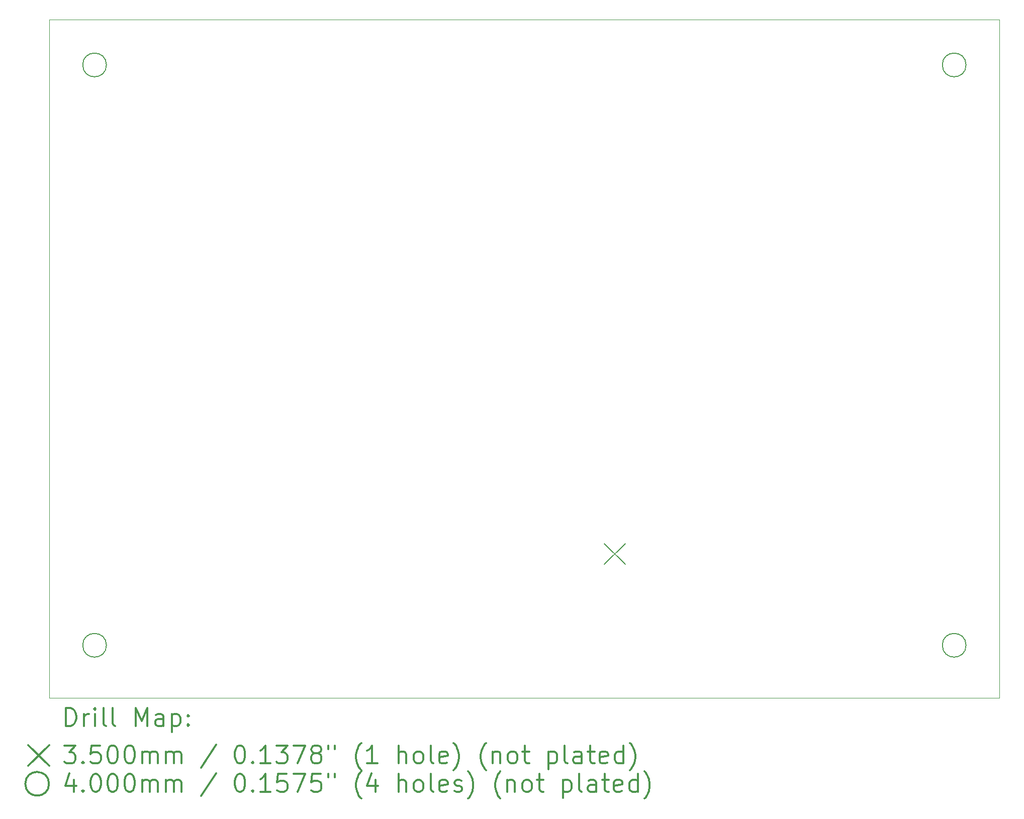
<source format=gbr>
%FSLAX45Y45*%
G04 Gerber Fmt 4.5, Leading zero omitted, Abs format (unit mm)*
G04 Created by KiCad (PCBNEW (5.1.10)-1) date 2021-12-04 13:18:09*
%MOMM*%
%LPD*%
G01*
G04 APERTURE LIST*
%TA.AperFunction,Profile*%
%ADD10C,0.100000*%
%TD*%
%ADD11C,0.200000*%
%ADD12C,0.300000*%
G04 APERTURE END LIST*
D10*
X29210000Y-1016000D02*
X29210000Y-12446000D01*
X13208000Y-1016000D02*
X29210000Y-1016000D01*
X13208000Y-12446000D02*
X13208000Y-1016000D01*
X29210000Y-12446000D02*
X13208000Y-12446000D01*
D11*
X22558000Y-9843000D02*
X22908000Y-10193000D01*
X22908000Y-9843000D02*
X22558000Y-10193000D01*
X14170000Y-1778000D02*
G75*
G03*
X14170000Y-1778000I-200000J0D01*
G01*
X14170000Y-11557000D02*
G75*
G03*
X14170000Y-11557000I-200000J0D01*
G01*
X28648000Y-1778000D02*
G75*
G03*
X28648000Y-1778000I-200000J0D01*
G01*
X28648000Y-11557000D02*
G75*
G03*
X28648000Y-11557000I-200000J0D01*
G01*
D12*
X13489428Y-12916714D02*
X13489428Y-12616714D01*
X13560857Y-12616714D01*
X13603714Y-12631000D01*
X13632286Y-12659571D01*
X13646571Y-12688143D01*
X13660857Y-12745286D01*
X13660857Y-12788143D01*
X13646571Y-12845286D01*
X13632286Y-12873857D01*
X13603714Y-12902429D01*
X13560857Y-12916714D01*
X13489428Y-12916714D01*
X13789428Y-12916714D02*
X13789428Y-12716714D01*
X13789428Y-12773857D02*
X13803714Y-12745286D01*
X13818000Y-12731000D01*
X13846571Y-12716714D01*
X13875143Y-12716714D01*
X13975143Y-12916714D02*
X13975143Y-12716714D01*
X13975143Y-12616714D02*
X13960857Y-12631000D01*
X13975143Y-12645286D01*
X13989428Y-12631000D01*
X13975143Y-12616714D01*
X13975143Y-12645286D01*
X14160857Y-12916714D02*
X14132286Y-12902429D01*
X14118000Y-12873857D01*
X14118000Y-12616714D01*
X14318000Y-12916714D02*
X14289428Y-12902429D01*
X14275143Y-12873857D01*
X14275143Y-12616714D01*
X14660857Y-12916714D02*
X14660857Y-12616714D01*
X14760857Y-12831000D01*
X14860857Y-12616714D01*
X14860857Y-12916714D01*
X15132286Y-12916714D02*
X15132286Y-12759571D01*
X15118000Y-12731000D01*
X15089428Y-12716714D01*
X15032286Y-12716714D01*
X15003714Y-12731000D01*
X15132286Y-12902429D02*
X15103714Y-12916714D01*
X15032286Y-12916714D01*
X15003714Y-12902429D01*
X14989428Y-12873857D01*
X14989428Y-12845286D01*
X15003714Y-12816714D01*
X15032286Y-12802429D01*
X15103714Y-12802429D01*
X15132286Y-12788143D01*
X15275143Y-12716714D02*
X15275143Y-13016714D01*
X15275143Y-12731000D02*
X15303714Y-12716714D01*
X15360857Y-12716714D01*
X15389428Y-12731000D01*
X15403714Y-12745286D01*
X15418000Y-12773857D01*
X15418000Y-12859571D01*
X15403714Y-12888143D01*
X15389428Y-12902429D01*
X15360857Y-12916714D01*
X15303714Y-12916714D01*
X15275143Y-12902429D01*
X15546571Y-12888143D02*
X15560857Y-12902429D01*
X15546571Y-12916714D01*
X15532286Y-12902429D01*
X15546571Y-12888143D01*
X15546571Y-12916714D01*
X15546571Y-12731000D02*
X15560857Y-12745286D01*
X15546571Y-12759571D01*
X15532286Y-12745286D01*
X15546571Y-12731000D01*
X15546571Y-12759571D01*
X12853000Y-13236000D02*
X13203000Y-13586000D01*
X13203000Y-13236000D02*
X12853000Y-13586000D01*
X13460857Y-13246714D02*
X13646571Y-13246714D01*
X13546571Y-13361000D01*
X13589428Y-13361000D01*
X13618000Y-13375286D01*
X13632286Y-13389571D01*
X13646571Y-13418143D01*
X13646571Y-13489571D01*
X13632286Y-13518143D01*
X13618000Y-13532429D01*
X13589428Y-13546714D01*
X13503714Y-13546714D01*
X13475143Y-13532429D01*
X13460857Y-13518143D01*
X13775143Y-13518143D02*
X13789428Y-13532429D01*
X13775143Y-13546714D01*
X13760857Y-13532429D01*
X13775143Y-13518143D01*
X13775143Y-13546714D01*
X14060857Y-13246714D02*
X13918000Y-13246714D01*
X13903714Y-13389571D01*
X13918000Y-13375286D01*
X13946571Y-13361000D01*
X14018000Y-13361000D01*
X14046571Y-13375286D01*
X14060857Y-13389571D01*
X14075143Y-13418143D01*
X14075143Y-13489571D01*
X14060857Y-13518143D01*
X14046571Y-13532429D01*
X14018000Y-13546714D01*
X13946571Y-13546714D01*
X13918000Y-13532429D01*
X13903714Y-13518143D01*
X14260857Y-13246714D02*
X14289428Y-13246714D01*
X14318000Y-13261000D01*
X14332286Y-13275286D01*
X14346571Y-13303857D01*
X14360857Y-13361000D01*
X14360857Y-13432429D01*
X14346571Y-13489571D01*
X14332286Y-13518143D01*
X14318000Y-13532429D01*
X14289428Y-13546714D01*
X14260857Y-13546714D01*
X14232286Y-13532429D01*
X14218000Y-13518143D01*
X14203714Y-13489571D01*
X14189428Y-13432429D01*
X14189428Y-13361000D01*
X14203714Y-13303857D01*
X14218000Y-13275286D01*
X14232286Y-13261000D01*
X14260857Y-13246714D01*
X14546571Y-13246714D02*
X14575143Y-13246714D01*
X14603714Y-13261000D01*
X14618000Y-13275286D01*
X14632286Y-13303857D01*
X14646571Y-13361000D01*
X14646571Y-13432429D01*
X14632286Y-13489571D01*
X14618000Y-13518143D01*
X14603714Y-13532429D01*
X14575143Y-13546714D01*
X14546571Y-13546714D01*
X14518000Y-13532429D01*
X14503714Y-13518143D01*
X14489428Y-13489571D01*
X14475143Y-13432429D01*
X14475143Y-13361000D01*
X14489428Y-13303857D01*
X14503714Y-13275286D01*
X14518000Y-13261000D01*
X14546571Y-13246714D01*
X14775143Y-13546714D02*
X14775143Y-13346714D01*
X14775143Y-13375286D02*
X14789428Y-13361000D01*
X14818000Y-13346714D01*
X14860857Y-13346714D01*
X14889428Y-13361000D01*
X14903714Y-13389571D01*
X14903714Y-13546714D01*
X14903714Y-13389571D02*
X14918000Y-13361000D01*
X14946571Y-13346714D01*
X14989428Y-13346714D01*
X15018000Y-13361000D01*
X15032286Y-13389571D01*
X15032286Y-13546714D01*
X15175143Y-13546714D02*
X15175143Y-13346714D01*
X15175143Y-13375286D02*
X15189428Y-13361000D01*
X15218000Y-13346714D01*
X15260857Y-13346714D01*
X15289428Y-13361000D01*
X15303714Y-13389571D01*
X15303714Y-13546714D01*
X15303714Y-13389571D02*
X15318000Y-13361000D01*
X15346571Y-13346714D01*
X15389428Y-13346714D01*
X15418000Y-13361000D01*
X15432286Y-13389571D01*
X15432286Y-13546714D01*
X16018000Y-13232429D02*
X15760857Y-13618143D01*
X16403714Y-13246714D02*
X16432286Y-13246714D01*
X16460857Y-13261000D01*
X16475143Y-13275286D01*
X16489428Y-13303857D01*
X16503714Y-13361000D01*
X16503714Y-13432429D01*
X16489428Y-13489571D01*
X16475143Y-13518143D01*
X16460857Y-13532429D01*
X16432286Y-13546714D01*
X16403714Y-13546714D01*
X16375143Y-13532429D01*
X16360857Y-13518143D01*
X16346571Y-13489571D01*
X16332286Y-13432429D01*
X16332286Y-13361000D01*
X16346571Y-13303857D01*
X16360857Y-13275286D01*
X16375143Y-13261000D01*
X16403714Y-13246714D01*
X16632286Y-13518143D02*
X16646571Y-13532429D01*
X16632286Y-13546714D01*
X16618000Y-13532429D01*
X16632286Y-13518143D01*
X16632286Y-13546714D01*
X16932286Y-13546714D02*
X16760857Y-13546714D01*
X16846571Y-13546714D02*
X16846571Y-13246714D01*
X16818000Y-13289571D01*
X16789428Y-13318143D01*
X16760857Y-13332429D01*
X17032286Y-13246714D02*
X17218000Y-13246714D01*
X17118000Y-13361000D01*
X17160857Y-13361000D01*
X17189428Y-13375286D01*
X17203714Y-13389571D01*
X17218000Y-13418143D01*
X17218000Y-13489571D01*
X17203714Y-13518143D01*
X17189428Y-13532429D01*
X17160857Y-13546714D01*
X17075143Y-13546714D01*
X17046571Y-13532429D01*
X17032286Y-13518143D01*
X17318000Y-13246714D02*
X17518000Y-13246714D01*
X17389428Y-13546714D01*
X17675143Y-13375286D02*
X17646571Y-13361000D01*
X17632286Y-13346714D01*
X17618000Y-13318143D01*
X17618000Y-13303857D01*
X17632286Y-13275286D01*
X17646571Y-13261000D01*
X17675143Y-13246714D01*
X17732286Y-13246714D01*
X17760857Y-13261000D01*
X17775143Y-13275286D01*
X17789428Y-13303857D01*
X17789428Y-13318143D01*
X17775143Y-13346714D01*
X17760857Y-13361000D01*
X17732286Y-13375286D01*
X17675143Y-13375286D01*
X17646571Y-13389571D01*
X17632286Y-13403857D01*
X17618000Y-13432429D01*
X17618000Y-13489571D01*
X17632286Y-13518143D01*
X17646571Y-13532429D01*
X17675143Y-13546714D01*
X17732286Y-13546714D01*
X17760857Y-13532429D01*
X17775143Y-13518143D01*
X17789428Y-13489571D01*
X17789428Y-13432429D01*
X17775143Y-13403857D01*
X17760857Y-13389571D01*
X17732286Y-13375286D01*
X17903714Y-13246714D02*
X17903714Y-13303857D01*
X18018000Y-13246714D02*
X18018000Y-13303857D01*
X18460857Y-13661000D02*
X18446571Y-13646714D01*
X18418000Y-13603857D01*
X18403714Y-13575286D01*
X18389428Y-13532429D01*
X18375143Y-13461000D01*
X18375143Y-13403857D01*
X18389428Y-13332429D01*
X18403714Y-13289571D01*
X18418000Y-13261000D01*
X18446571Y-13218143D01*
X18460857Y-13203857D01*
X18732286Y-13546714D02*
X18560857Y-13546714D01*
X18646571Y-13546714D02*
X18646571Y-13246714D01*
X18618000Y-13289571D01*
X18589428Y-13318143D01*
X18560857Y-13332429D01*
X19089428Y-13546714D02*
X19089428Y-13246714D01*
X19218000Y-13546714D02*
X19218000Y-13389571D01*
X19203714Y-13361000D01*
X19175143Y-13346714D01*
X19132286Y-13346714D01*
X19103714Y-13361000D01*
X19089428Y-13375286D01*
X19403714Y-13546714D02*
X19375143Y-13532429D01*
X19360857Y-13518143D01*
X19346571Y-13489571D01*
X19346571Y-13403857D01*
X19360857Y-13375286D01*
X19375143Y-13361000D01*
X19403714Y-13346714D01*
X19446571Y-13346714D01*
X19475143Y-13361000D01*
X19489428Y-13375286D01*
X19503714Y-13403857D01*
X19503714Y-13489571D01*
X19489428Y-13518143D01*
X19475143Y-13532429D01*
X19446571Y-13546714D01*
X19403714Y-13546714D01*
X19675143Y-13546714D02*
X19646571Y-13532429D01*
X19632286Y-13503857D01*
X19632286Y-13246714D01*
X19903714Y-13532429D02*
X19875143Y-13546714D01*
X19818000Y-13546714D01*
X19789428Y-13532429D01*
X19775143Y-13503857D01*
X19775143Y-13389571D01*
X19789428Y-13361000D01*
X19818000Y-13346714D01*
X19875143Y-13346714D01*
X19903714Y-13361000D01*
X19918000Y-13389571D01*
X19918000Y-13418143D01*
X19775143Y-13446714D01*
X20018000Y-13661000D02*
X20032286Y-13646714D01*
X20060857Y-13603857D01*
X20075143Y-13575286D01*
X20089428Y-13532429D01*
X20103714Y-13461000D01*
X20103714Y-13403857D01*
X20089428Y-13332429D01*
X20075143Y-13289571D01*
X20060857Y-13261000D01*
X20032286Y-13218143D01*
X20018000Y-13203857D01*
X20560857Y-13661000D02*
X20546571Y-13646714D01*
X20518000Y-13603857D01*
X20503714Y-13575286D01*
X20489428Y-13532429D01*
X20475143Y-13461000D01*
X20475143Y-13403857D01*
X20489428Y-13332429D01*
X20503714Y-13289571D01*
X20518000Y-13261000D01*
X20546571Y-13218143D01*
X20560857Y-13203857D01*
X20675143Y-13346714D02*
X20675143Y-13546714D01*
X20675143Y-13375286D02*
X20689428Y-13361000D01*
X20718000Y-13346714D01*
X20760857Y-13346714D01*
X20789428Y-13361000D01*
X20803714Y-13389571D01*
X20803714Y-13546714D01*
X20989428Y-13546714D02*
X20960857Y-13532429D01*
X20946571Y-13518143D01*
X20932286Y-13489571D01*
X20932286Y-13403857D01*
X20946571Y-13375286D01*
X20960857Y-13361000D01*
X20989428Y-13346714D01*
X21032286Y-13346714D01*
X21060857Y-13361000D01*
X21075143Y-13375286D01*
X21089428Y-13403857D01*
X21089428Y-13489571D01*
X21075143Y-13518143D01*
X21060857Y-13532429D01*
X21032286Y-13546714D01*
X20989428Y-13546714D01*
X21175143Y-13346714D02*
X21289428Y-13346714D01*
X21218000Y-13246714D02*
X21218000Y-13503857D01*
X21232286Y-13532429D01*
X21260857Y-13546714D01*
X21289428Y-13546714D01*
X21618000Y-13346714D02*
X21618000Y-13646714D01*
X21618000Y-13361000D02*
X21646571Y-13346714D01*
X21703714Y-13346714D01*
X21732286Y-13361000D01*
X21746571Y-13375286D01*
X21760857Y-13403857D01*
X21760857Y-13489571D01*
X21746571Y-13518143D01*
X21732286Y-13532429D01*
X21703714Y-13546714D01*
X21646571Y-13546714D01*
X21618000Y-13532429D01*
X21932286Y-13546714D02*
X21903714Y-13532429D01*
X21889428Y-13503857D01*
X21889428Y-13246714D01*
X22175143Y-13546714D02*
X22175143Y-13389571D01*
X22160857Y-13361000D01*
X22132286Y-13346714D01*
X22075143Y-13346714D01*
X22046571Y-13361000D01*
X22175143Y-13532429D02*
X22146571Y-13546714D01*
X22075143Y-13546714D01*
X22046571Y-13532429D01*
X22032286Y-13503857D01*
X22032286Y-13475286D01*
X22046571Y-13446714D01*
X22075143Y-13432429D01*
X22146571Y-13432429D01*
X22175143Y-13418143D01*
X22275143Y-13346714D02*
X22389428Y-13346714D01*
X22318000Y-13246714D02*
X22318000Y-13503857D01*
X22332286Y-13532429D01*
X22360857Y-13546714D01*
X22389428Y-13546714D01*
X22603714Y-13532429D02*
X22575143Y-13546714D01*
X22518000Y-13546714D01*
X22489428Y-13532429D01*
X22475143Y-13503857D01*
X22475143Y-13389571D01*
X22489428Y-13361000D01*
X22518000Y-13346714D01*
X22575143Y-13346714D01*
X22603714Y-13361000D01*
X22618000Y-13389571D01*
X22618000Y-13418143D01*
X22475143Y-13446714D01*
X22875143Y-13546714D02*
X22875143Y-13246714D01*
X22875143Y-13532429D02*
X22846571Y-13546714D01*
X22789428Y-13546714D01*
X22760857Y-13532429D01*
X22746571Y-13518143D01*
X22732286Y-13489571D01*
X22732286Y-13403857D01*
X22746571Y-13375286D01*
X22760857Y-13361000D01*
X22789428Y-13346714D01*
X22846571Y-13346714D01*
X22875143Y-13361000D01*
X22989428Y-13661000D02*
X23003714Y-13646714D01*
X23032286Y-13603857D01*
X23046571Y-13575286D01*
X23060857Y-13532429D01*
X23075143Y-13461000D01*
X23075143Y-13403857D01*
X23060857Y-13332429D01*
X23046571Y-13289571D01*
X23032286Y-13261000D01*
X23003714Y-13218143D01*
X22989428Y-13203857D01*
X13203000Y-13891000D02*
G75*
G03*
X13203000Y-13891000I-200000J0D01*
G01*
X13618000Y-13826714D02*
X13618000Y-14026714D01*
X13546571Y-13712429D02*
X13475143Y-13926714D01*
X13660857Y-13926714D01*
X13775143Y-13998143D02*
X13789428Y-14012429D01*
X13775143Y-14026714D01*
X13760857Y-14012429D01*
X13775143Y-13998143D01*
X13775143Y-14026714D01*
X13975143Y-13726714D02*
X14003714Y-13726714D01*
X14032286Y-13741000D01*
X14046571Y-13755286D01*
X14060857Y-13783857D01*
X14075143Y-13841000D01*
X14075143Y-13912429D01*
X14060857Y-13969571D01*
X14046571Y-13998143D01*
X14032286Y-14012429D01*
X14003714Y-14026714D01*
X13975143Y-14026714D01*
X13946571Y-14012429D01*
X13932286Y-13998143D01*
X13918000Y-13969571D01*
X13903714Y-13912429D01*
X13903714Y-13841000D01*
X13918000Y-13783857D01*
X13932286Y-13755286D01*
X13946571Y-13741000D01*
X13975143Y-13726714D01*
X14260857Y-13726714D02*
X14289428Y-13726714D01*
X14318000Y-13741000D01*
X14332286Y-13755286D01*
X14346571Y-13783857D01*
X14360857Y-13841000D01*
X14360857Y-13912429D01*
X14346571Y-13969571D01*
X14332286Y-13998143D01*
X14318000Y-14012429D01*
X14289428Y-14026714D01*
X14260857Y-14026714D01*
X14232286Y-14012429D01*
X14218000Y-13998143D01*
X14203714Y-13969571D01*
X14189428Y-13912429D01*
X14189428Y-13841000D01*
X14203714Y-13783857D01*
X14218000Y-13755286D01*
X14232286Y-13741000D01*
X14260857Y-13726714D01*
X14546571Y-13726714D02*
X14575143Y-13726714D01*
X14603714Y-13741000D01*
X14618000Y-13755286D01*
X14632286Y-13783857D01*
X14646571Y-13841000D01*
X14646571Y-13912429D01*
X14632286Y-13969571D01*
X14618000Y-13998143D01*
X14603714Y-14012429D01*
X14575143Y-14026714D01*
X14546571Y-14026714D01*
X14518000Y-14012429D01*
X14503714Y-13998143D01*
X14489428Y-13969571D01*
X14475143Y-13912429D01*
X14475143Y-13841000D01*
X14489428Y-13783857D01*
X14503714Y-13755286D01*
X14518000Y-13741000D01*
X14546571Y-13726714D01*
X14775143Y-14026714D02*
X14775143Y-13826714D01*
X14775143Y-13855286D02*
X14789428Y-13841000D01*
X14818000Y-13826714D01*
X14860857Y-13826714D01*
X14889428Y-13841000D01*
X14903714Y-13869571D01*
X14903714Y-14026714D01*
X14903714Y-13869571D02*
X14918000Y-13841000D01*
X14946571Y-13826714D01*
X14989428Y-13826714D01*
X15018000Y-13841000D01*
X15032286Y-13869571D01*
X15032286Y-14026714D01*
X15175143Y-14026714D02*
X15175143Y-13826714D01*
X15175143Y-13855286D02*
X15189428Y-13841000D01*
X15218000Y-13826714D01*
X15260857Y-13826714D01*
X15289428Y-13841000D01*
X15303714Y-13869571D01*
X15303714Y-14026714D01*
X15303714Y-13869571D02*
X15318000Y-13841000D01*
X15346571Y-13826714D01*
X15389428Y-13826714D01*
X15418000Y-13841000D01*
X15432286Y-13869571D01*
X15432286Y-14026714D01*
X16018000Y-13712429D02*
X15760857Y-14098143D01*
X16403714Y-13726714D02*
X16432286Y-13726714D01*
X16460857Y-13741000D01*
X16475143Y-13755286D01*
X16489428Y-13783857D01*
X16503714Y-13841000D01*
X16503714Y-13912429D01*
X16489428Y-13969571D01*
X16475143Y-13998143D01*
X16460857Y-14012429D01*
X16432286Y-14026714D01*
X16403714Y-14026714D01*
X16375143Y-14012429D01*
X16360857Y-13998143D01*
X16346571Y-13969571D01*
X16332286Y-13912429D01*
X16332286Y-13841000D01*
X16346571Y-13783857D01*
X16360857Y-13755286D01*
X16375143Y-13741000D01*
X16403714Y-13726714D01*
X16632286Y-13998143D02*
X16646571Y-14012429D01*
X16632286Y-14026714D01*
X16618000Y-14012429D01*
X16632286Y-13998143D01*
X16632286Y-14026714D01*
X16932286Y-14026714D02*
X16760857Y-14026714D01*
X16846571Y-14026714D02*
X16846571Y-13726714D01*
X16818000Y-13769571D01*
X16789428Y-13798143D01*
X16760857Y-13812429D01*
X17203714Y-13726714D02*
X17060857Y-13726714D01*
X17046571Y-13869571D01*
X17060857Y-13855286D01*
X17089428Y-13841000D01*
X17160857Y-13841000D01*
X17189428Y-13855286D01*
X17203714Y-13869571D01*
X17218000Y-13898143D01*
X17218000Y-13969571D01*
X17203714Y-13998143D01*
X17189428Y-14012429D01*
X17160857Y-14026714D01*
X17089428Y-14026714D01*
X17060857Y-14012429D01*
X17046571Y-13998143D01*
X17318000Y-13726714D02*
X17518000Y-13726714D01*
X17389428Y-14026714D01*
X17775143Y-13726714D02*
X17632286Y-13726714D01*
X17618000Y-13869571D01*
X17632286Y-13855286D01*
X17660857Y-13841000D01*
X17732286Y-13841000D01*
X17760857Y-13855286D01*
X17775143Y-13869571D01*
X17789428Y-13898143D01*
X17789428Y-13969571D01*
X17775143Y-13998143D01*
X17760857Y-14012429D01*
X17732286Y-14026714D01*
X17660857Y-14026714D01*
X17632286Y-14012429D01*
X17618000Y-13998143D01*
X17903714Y-13726714D02*
X17903714Y-13783857D01*
X18018000Y-13726714D02*
X18018000Y-13783857D01*
X18460857Y-14141000D02*
X18446571Y-14126714D01*
X18418000Y-14083857D01*
X18403714Y-14055286D01*
X18389428Y-14012429D01*
X18375143Y-13941000D01*
X18375143Y-13883857D01*
X18389428Y-13812429D01*
X18403714Y-13769571D01*
X18418000Y-13741000D01*
X18446571Y-13698143D01*
X18460857Y-13683857D01*
X18703714Y-13826714D02*
X18703714Y-14026714D01*
X18632286Y-13712429D02*
X18560857Y-13926714D01*
X18746571Y-13926714D01*
X19089428Y-14026714D02*
X19089428Y-13726714D01*
X19218000Y-14026714D02*
X19218000Y-13869571D01*
X19203714Y-13841000D01*
X19175143Y-13826714D01*
X19132286Y-13826714D01*
X19103714Y-13841000D01*
X19089428Y-13855286D01*
X19403714Y-14026714D02*
X19375143Y-14012429D01*
X19360857Y-13998143D01*
X19346571Y-13969571D01*
X19346571Y-13883857D01*
X19360857Y-13855286D01*
X19375143Y-13841000D01*
X19403714Y-13826714D01*
X19446571Y-13826714D01*
X19475143Y-13841000D01*
X19489428Y-13855286D01*
X19503714Y-13883857D01*
X19503714Y-13969571D01*
X19489428Y-13998143D01*
X19475143Y-14012429D01*
X19446571Y-14026714D01*
X19403714Y-14026714D01*
X19675143Y-14026714D02*
X19646571Y-14012429D01*
X19632286Y-13983857D01*
X19632286Y-13726714D01*
X19903714Y-14012429D02*
X19875143Y-14026714D01*
X19818000Y-14026714D01*
X19789428Y-14012429D01*
X19775143Y-13983857D01*
X19775143Y-13869571D01*
X19789428Y-13841000D01*
X19818000Y-13826714D01*
X19875143Y-13826714D01*
X19903714Y-13841000D01*
X19918000Y-13869571D01*
X19918000Y-13898143D01*
X19775143Y-13926714D01*
X20032286Y-14012429D02*
X20060857Y-14026714D01*
X20118000Y-14026714D01*
X20146571Y-14012429D01*
X20160857Y-13983857D01*
X20160857Y-13969571D01*
X20146571Y-13941000D01*
X20118000Y-13926714D01*
X20075143Y-13926714D01*
X20046571Y-13912429D01*
X20032286Y-13883857D01*
X20032286Y-13869571D01*
X20046571Y-13841000D01*
X20075143Y-13826714D01*
X20118000Y-13826714D01*
X20146571Y-13841000D01*
X20260857Y-14141000D02*
X20275143Y-14126714D01*
X20303714Y-14083857D01*
X20318000Y-14055286D01*
X20332286Y-14012429D01*
X20346571Y-13941000D01*
X20346571Y-13883857D01*
X20332286Y-13812429D01*
X20318000Y-13769571D01*
X20303714Y-13741000D01*
X20275143Y-13698143D01*
X20260857Y-13683857D01*
X20803714Y-14141000D02*
X20789428Y-14126714D01*
X20760857Y-14083857D01*
X20746571Y-14055286D01*
X20732286Y-14012429D01*
X20718000Y-13941000D01*
X20718000Y-13883857D01*
X20732286Y-13812429D01*
X20746571Y-13769571D01*
X20760857Y-13741000D01*
X20789428Y-13698143D01*
X20803714Y-13683857D01*
X20918000Y-13826714D02*
X20918000Y-14026714D01*
X20918000Y-13855286D02*
X20932286Y-13841000D01*
X20960857Y-13826714D01*
X21003714Y-13826714D01*
X21032286Y-13841000D01*
X21046571Y-13869571D01*
X21046571Y-14026714D01*
X21232286Y-14026714D02*
X21203714Y-14012429D01*
X21189428Y-13998143D01*
X21175143Y-13969571D01*
X21175143Y-13883857D01*
X21189428Y-13855286D01*
X21203714Y-13841000D01*
X21232286Y-13826714D01*
X21275143Y-13826714D01*
X21303714Y-13841000D01*
X21318000Y-13855286D01*
X21332286Y-13883857D01*
X21332286Y-13969571D01*
X21318000Y-13998143D01*
X21303714Y-14012429D01*
X21275143Y-14026714D01*
X21232286Y-14026714D01*
X21418000Y-13826714D02*
X21532286Y-13826714D01*
X21460857Y-13726714D02*
X21460857Y-13983857D01*
X21475143Y-14012429D01*
X21503714Y-14026714D01*
X21532286Y-14026714D01*
X21860857Y-13826714D02*
X21860857Y-14126714D01*
X21860857Y-13841000D02*
X21889428Y-13826714D01*
X21946571Y-13826714D01*
X21975143Y-13841000D01*
X21989428Y-13855286D01*
X22003714Y-13883857D01*
X22003714Y-13969571D01*
X21989428Y-13998143D01*
X21975143Y-14012429D01*
X21946571Y-14026714D01*
X21889428Y-14026714D01*
X21860857Y-14012429D01*
X22175143Y-14026714D02*
X22146571Y-14012429D01*
X22132286Y-13983857D01*
X22132286Y-13726714D01*
X22418000Y-14026714D02*
X22418000Y-13869571D01*
X22403714Y-13841000D01*
X22375143Y-13826714D01*
X22318000Y-13826714D01*
X22289428Y-13841000D01*
X22418000Y-14012429D02*
X22389428Y-14026714D01*
X22318000Y-14026714D01*
X22289428Y-14012429D01*
X22275143Y-13983857D01*
X22275143Y-13955286D01*
X22289428Y-13926714D01*
X22318000Y-13912429D01*
X22389428Y-13912429D01*
X22418000Y-13898143D01*
X22518000Y-13826714D02*
X22632286Y-13826714D01*
X22560857Y-13726714D02*
X22560857Y-13983857D01*
X22575143Y-14012429D01*
X22603714Y-14026714D01*
X22632286Y-14026714D01*
X22846571Y-14012429D02*
X22818000Y-14026714D01*
X22760857Y-14026714D01*
X22732286Y-14012429D01*
X22718000Y-13983857D01*
X22718000Y-13869571D01*
X22732286Y-13841000D01*
X22760857Y-13826714D01*
X22818000Y-13826714D01*
X22846571Y-13841000D01*
X22860857Y-13869571D01*
X22860857Y-13898143D01*
X22718000Y-13926714D01*
X23118000Y-14026714D02*
X23118000Y-13726714D01*
X23118000Y-14012429D02*
X23089428Y-14026714D01*
X23032286Y-14026714D01*
X23003714Y-14012429D01*
X22989428Y-13998143D01*
X22975143Y-13969571D01*
X22975143Y-13883857D01*
X22989428Y-13855286D01*
X23003714Y-13841000D01*
X23032286Y-13826714D01*
X23089428Y-13826714D01*
X23118000Y-13841000D01*
X23232286Y-14141000D02*
X23246571Y-14126714D01*
X23275143Y-14083857D01*
X23289428Y-14055286D01*
X23303714Y-14012429D01*
X23318000Y-13941000D01*
X23318000Y-13883857D01*
X23303714Y-13812429D01*
X23289428Y-13769571D01*
X23275143Y-13741000D01*
X23246571Y-13698143D01*
X23232286Y-13683857D01*
M02*

</source>
